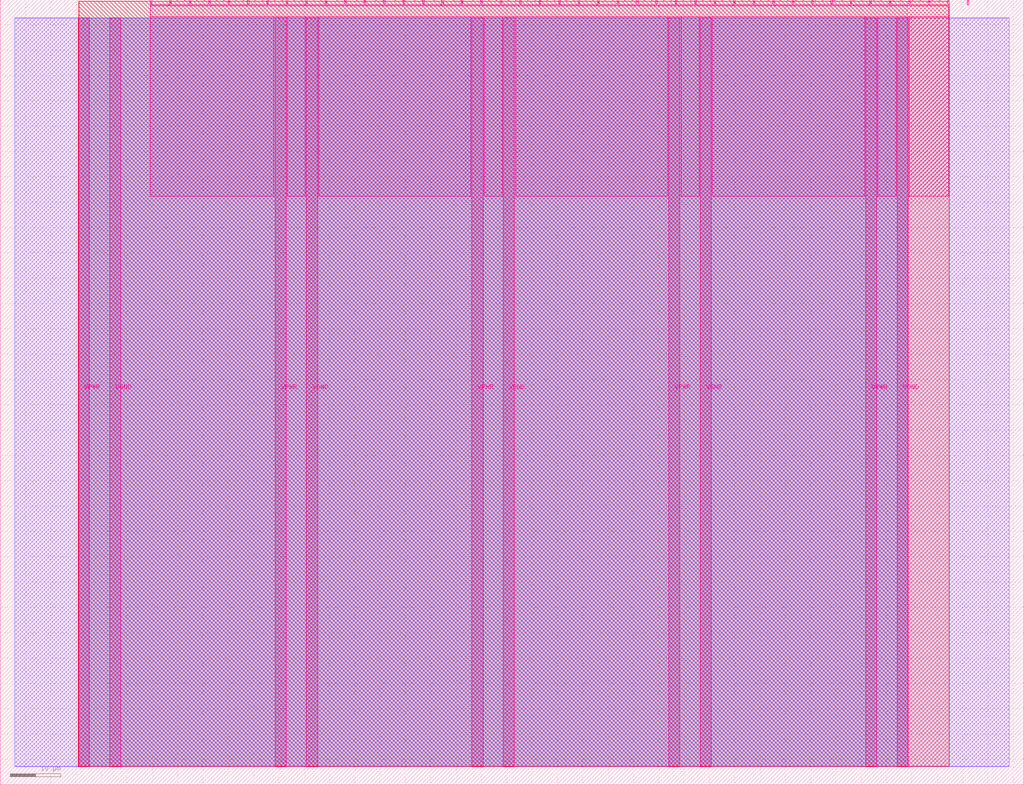
<source format=lef>
VERSION 5.7 ;
  NOWIREEXTENSIONATPIN ON ;
  DIVIDERCHAR "/" ;
  BUSBITCHARS "[]" ;
MACRO tt_um_JAC_EE_segdecode
  CLASS BLOCK ;
  FOREIGN tt_um_JAC_EE_segdecode ;
  ORIGIN 0.000 0.000 ;
  SIZE 202.080 BY 154.980 ;
  PIN VGND
    DIRECTION INOUT ;
    USE GROUND ;
    PORT
      LAYER Metal5 ;
        RECT 21.580 3.560 23.780 151.420 ;
    END
    PORT
      LAYER Metal5 ;
        RECT 60.450 3.560 62.650 151.420 ;
    END
    PORT
      LAYER Metal5 ;
        RECT 99.320 3.560 101.520 151.420 ;
    END
    PORT
      LAYER Metal5 ;
        RECT 138.190 3.560 140.390 151.420 ;
    END
    PORT
      LAYER Metal5 ;
        RECT 177.060 3.560 179.260 151.420 ;
    END
  END VGND
  PIN VPWR
    DIRECTION INOUT ;
    USE POWER ;
    PORT
      LAYER Metal5 ;
        RECT 15.380 3.560 17.580 151.420 ;
    END
    PORT
      LAYER Metal5 ;
        RECT 54.250 3.560 56.450 151.420 ;
    END
    PORT
      LAYER Metal5 ;
        RECT 93.120 3.560 95.320 151.420 ;
    END
    PORT
      LAYER Metal5 ;
        RECT 131.990 3.560 134.190 151.420 ;
    END
    PORT
      LAYER Metal5 ;
        RECT 170.860 3.560 173.060 151.420 ;
    END
  END VPWR
  PIN clk
    DIRECTION INPUT ;
    USE SIGNAL ;
    ANTENNAGATEAREA 0.213200 ;
    PORT
      LAYER Metal5 ;
        RECT 187.050 153.980 187.350 154.980 ;
    END
  END clk
  PIN ena
    DIRECTION INPUT ;
    USE SIGNAL ;
    PORT
      LAYER Metal5 ;
        RECT 190.890 153.980 191.190 154.980 ;
    END
  END ena
  PIN rst_n
    DIRECTION INPUT ;
    USE SIGNAL ;
    PORT
      LAYER Metal5 ;
        RECT 183.210 153.980 183.510 154.980 ;
    END
  END rst_n
  PIN ui_in[0]
    DIRECTION INPUT ;
    USE SIGNAL ;
    PORT
      LAYER Metal5 ;
        RECT 179.370 153.980 179.670 154.980 ;
    END
  END ui_in[0]
  PIN ui_in[1]
    DIRECTION INPUT ;
    USE SIGNAL ;
    ANTENNAGATEAREA 0.180700 ;
    PORT
      LAYER Metal5 ;
        RECT 175.530 153.980 175.830 154.980 ;
    END
  END ui_in[1]
  PIN ui_in[2]
    DIRECTION INPUT ;
    USE SIGNAL ;
    ANTENNAGATEAREA 0.314600 ;
    PORT
      LAYER Metal5 ;
        RECT 171.690 153.980 171.990 154.980 ;
    END
  END ui_in[2]
  PIN ui_in[3]
    DIRECTION INPUT ;
    USE SIGNAL ;
    PORT
      LAYER Metal5 ;
        RECT 167.850 153.980 168.150 154.980 ;
    END
  END ui_in[3]
  PIN ui_in[4]
    DIRECTION INPUT ;
    USE SIGNAL ;
    ANTENNAGATEAREA 0.180700 ;
    PORT
      LAYER Metal5 ;
        RECT 164.010 153.980 164.310 154.980 ;
    END
  END ui_in[4]
  PIN ui_in[5]
    DIRECTION INPUT ;
    USE SIGNAL ;
    ANTENNAGATEAREA 0.180700 ;
    PORT
      LAYER Metal5 ;
        RECT 160.170 153.980 160.470 154.980 ;
    END
  END ui_in[5]
  PIN ui_in[6]
    DIRECTION INPUT ;
    USE SIGNAL ;
    ANTENNAGATEAREA 0.180700 ;
    PORT
      LAYER Metal5 ;
        RECT 156.330 153.980 156.630 154.980 ;
    END
  END ui_in[6]
  PIN ui_in[7]
    DIRECTION INPUT ;
    USE SIGNAL ;
    ANTENNAGATEAREA 0.180700 ;
    PORT
      LAYER Metal5 ;
        RECT 152.490 153.980 152.790 154.980 ;
    END
  END ui_in[7]
  PIN uio_in[0]
    DIRECTION INPUT ;
    USE SIGNAL ;
    PORT
      LAYER Metal5 ;
        RECT 148.650 153.980 148.950 154.980 ;
    END
  END uio_in[0]
  PIN uio_in[1]
    DIRECTION INPUT ;
    USE SIGNAL ;
    PORT
      LAYER Metal5 ;
        RECT 144.810 153.980 145.110 154.980 ;
    END
  END uio_in[1]
  PIN uio_in[2]
    DIRECTION INPUT ;
    USE SIGNAL ;
    PORT
      LAYER Metal5 ;
        RECT 140.970 153.980 141.270 154.980 ;
    END
  END uio_in[2]
  PIN uio_in[3]
    DIRECTION INPUT ;
    USE SIGNAL ;
    PORT
      LAYER Metal5 ;
        RECT 137.130 153.980 137.430 154.980 ;
    END
  END uio_in[3]
  PIN uio_in[4]
    DIRECTION INPUT ;
    USE SIGNAL ;
    PORT
      LAYER Metal5 ;
        RECT 133.290 153.980 133.590 154.980 ;
    END
  END uio_in[4]
  PIN uio_in[5]
    DIRECTION INPUT ;
    USE SIGNAL ;
    PORT
      LAYER Metal5 ;
        RECT 129.450 153.980 129.750 154.980 ;
    END
  END uio_in[5]
  PIN uio_in[6]
    DIRECTION INPUT ;
    USE SIGNAL ;
    PORT
      LAYER Metal5 ;
        RECT 125.610 153.980 125.910 154.980 ;
    END
  END uio_in[6]
  PIN uio_in[7]
    DIRECTION INPUT ;
    USE SIGNAL ;
    PORT
      LAYER Metal5 ;
        RECT 121.770 153.980 122.070 154.980 ;
    END
  END uio_in[7]
  PIN uio_oe[0]
    DIRECTION OUTPUT ;
    USE SIGNAL ;
    ANTENNADIFFAREA 0.392700 ;
    PORT
      LAYER Metal5 ;
        RECT 56.490 153.980 56.790 154.980 ;
    END
  END uio_oe[0]
  PIN uio_oe[1]
    DIRECTION OUTPUT ;
    USE SIGNAL ;
    ANTENNADIFFAREA 0.392700 ;
    PORT
      LAYER Metal5 ;
        RECT 52.650 153.980 52.950 154.980 ;
    END
  END uio_oe[1]
  PIN uio_oe[2]
    DIRECTION OUTPUT ;
    USE SIGNAL ;
    ANTENNADIFFAREA 0.392700 ;
    PORT
      LAYER Metal5 ;
        RECT 48.810 153.980 49.110 154.980 ;
    END
  END uio_oe[2]
  PIN uio_oe[3]
    DIRECTION OUTPUT ;
    USE SIGNAL ;
    ANTENNADIFFAREA 0.392700 ;
    PORT
      LAYER Metal5 ;
        RECT 44.970 153.980 45.270 154.980 ;
    END
  END uio_oe[3]
  PIN uio_oe[4]
    DIRECTION OUTPUT ;
    USE SIGNAL ;
    ANTENNADIFFAREA 0.392700 ;
    PORT
      LAYER Metal5 ;
        RECT 41.130 153.980 41.430 154.980 ;
    END
  END uio_oe[4]
  PIN uio_oe[5]
    DIRECTION OUTPUT ;
    USE SIGNAL ;
    ANTENNADIFFAREA 0.392700 ;
    PORT
      LAYER Metal5 ;
        RECT 37.290 153.980 37.590 154.980 ;
    END
  END uio_oe[5]
  PIN uio_oe[6]
    DIRECTION OUTPUT ;
    USE SIGNAL ;
    ANTENNADIFFAREA 0.392700 ;
    PORT
      LAYER Metal5 ;
        RECT 33.450 153.980 33.750 154.980 ;
    END
  END uio_oe[6]
  PIN uio_oe[7]
    DIRECTION OUTPUT ;
    USE SIGNAL ;
    ANTENNADIFFAREA 0.392700 ;
    PORT
      LAYER Metal5 ;
        RECT 29.610 153.980 29.910 154.980 ;
    END
  END uio_oe[7]
  PIN uio_out[0]
    DIRECTION OUTPUT ;
    USE SIGNAL ;
    ANTENNADIFFAREA 0.649200 ;
    PORT
      LAYER Metal5 ;
        RECT 87.210 153.980 87.510 154.980 ;
    END
  END uio_out[0]
  PIN uio_out[1]
    DIRECTION OUTPUT ;
    USE SIGNAL ;
    ANTENNADIFFAREA 0.677200 ;
    PORT
      LAYER Metal5 ;
        RECT 83.370 153.980 83.670 154.980 ;
    END
  END uio_out[1]
  PIN uio_out[2]
    DIRECTION OUTPUT ;
    USE SIGNAL ;
    ANTENNADIFFAREA 0.677200 ;
    PORT
      LAYER Metal5 ;
        RECT 79.530 153.980 79.830 154.980 ;
    END
  END uio_out[2]
  PIN uio_out[3]
    DIRECTION OUTPUT ;
    USE SIGNAL ;
    ANTENNADIFFAREA 0.677200 ;
    PORT
      LAYER Metal5 ;
        RECT 75.690 153.980 75.990 154.980 ;
    END
  END uio_out[3]
  PIN uio_out[4]
    DIRECTION OUTPUT ;
    USE SIGNAL ;
    ANTENNAGATEAREA 0.483600 ;
    ANTENNADIFFAREA 0.712400 ;
    PORT
      LAYER Metal5 ;
        RECT 71.850 153.980 72.150 154.980 ;
    END
  END uio_out[4]
  PIN uio_out[5]
    DIRECTION OUTPUT ;
    USE SIGNAL ;
    ANTENNADIFFAREA 0.299200 ;
    PORT
      LAYER Metal5 ;
        RECT 68.010 153.980 68.310 154.980 ;
    END
  END uio_out[5]
  PIN uio_out[6]
    DIRECTION OUTPUT ;
    USE SIGNAL ;
    ANTENNADIFFAREA 0.299200 ;
    PORT
      LAYER Metal5 ;
        RECT 64.170 153.980 64.470 154.980 ;
    END
  END uio_out[6]
  PIN uio_out[7]
    DIRECTION OUTPUT ;
    USE SIGNAL ;
    ANTENNADIFFAREA 0.299200 ;
    PORT
      LAYER Metal5 ;
        RECT 60.330 153.980 60.630 154.980 ;
    END
  END uio_out[7]
  PIN uo_out[0]
    DIRECTION OUTPUT ;
    USE SIGNAL ;
    ANTENNADIFFAREA 0.677200 ;
    PORT
      LAYER Metal5 ;
        RECT 117.930 153.980 118.230 154.980 ;
    END
  END uo_out[0]
  PIN uo_out[1]
    DIRECTION OUTPUT ;
    USE SIGNAL ;
    ANTENNADIFFAREA 0.677200 ;
    PORT
      LAYER Metal5 ;
        RECT 114.090 153.980 114.390 154.980 ;
    END
  END uo_out[1]
  PIN uo_out[2]
    DIRECTION OUTPUT ;
    USE SIGNAL ;
    ANTENNADIFFAREA 0.677200 ;
    PORT
      LAYER Metal5 ;
        RECT 110.250 153.980 110.550 154.980 ;
    END
  END uo_out[2]
  PIN uo_out[3]
    DIRECTION OUTPUT ;
    USE SIGNAL ;
    ANTENNADIFFAREA 0.677200 ;
    PORT
      LAYER Metal5 ;
        RECT 106.410 153.980 106.710 154.980 ;
    END
  END uo_out[3]
  PIN uo_out[4]
    DIRECTION OUTPUT ;
    USE SIGNAL ;
    ANTENNADIFFAREA 0.677200 ;
    PORT
      LAYER Metal5 ;
        RECT 102.570 153.980 102.870 154.980 ;
    END
  END uo_out[4]
  PIN uo_out[5]
    DIRECTION OUTPUT ;
    USE SIGNAL ;
    ANTENNADIFFAREA 0.677200 ;
    PORT
      LAYER Metal5 ;
        RECT 98.730 153.980 99.030 154.980 ;
    END
  END uo_out[5]
  PIN uo_out[6]
    DIRECTION OUTPUT ;
    USE SIGNAL ;
    ANTENNADIFFAREA 1.135700 ;
    PORT
      LAYER Metal5 ;
        RECT 94.890 153.980 95.190 154.980 ;
    END
  END uo_out[6]
  PIN uo_out[7]
    DIRECTION OUTPUT ;
    USE SIGNAL ;
    ANTENNADIFFAREA 0.654800 ;
    PORT
      LAYER Metal5 ;
        RECT 91.050 153.980 91.350 154.980 ;
    END
  END uo_out[7]
  OBS
      LAYER GatPoly ;
        RECT 2.880 3.630 199.200 151.350 ;
      LAYER Metal1 ;
        RECT 2.880 3.560 199.200 151.420 ;
      LAYER Metal2 ;
        RECT 15.515 3.680 179.125 151.300 ;
      LAYER Metal3 ;
        RECT 15.560 3.635 179.080 154.705 ;
      LAYER Metal4 ;
        RECT 15.515 3.680 187.345 154.660 ;
      LAYER Metal5 ;
        RECT 30.120 153.770 33.240 153.980 ;
        RECT 33.960 153.770 37.080 153.980 ;
        RECT 37.800 153.770 40.920 153.980 ;
        RECT 41.640 153.770 44.760 153.980 ;
        RECT 45.480 153.770 48.600 153.980 ;
        RECT 49.320 153.770 52.440 153.980 ;
        RECT 53.160 153.770 56.280 153.980 ;
        RECT 57.000 153.770 60.120 153.980 ;
        RECT 60.840 153.770 63.960 153.980 ;
        RECT 64.680 153.770 67.800 153.980 ;
        RECT 68.520 153.770 71.640 153.980 ;
        RECT 72.360 153.770 75.480 153.980 ;
        RECT 76.200 153.770 79.320 153.980 ;
        RECT 80.040 153.770 83.160 153.980 ;
        RECT 83.880 153.770 87.000 153.980 ;
        RECT 87.720 153.770 90.840 153.980 ;
        RECT 91.560 153.770 94.680 153.980 ;
        RECT 95.400 153.770 98.520 153.980 ;
        RECT 99.240 153.770 102.360 153.980 ;
        RECT 103.080 153.770 106.200 153.980 ;
        RECT 106.920 153.770 110.040 153.980 ;
        RECT 110.760 153.770 113.880 153.980 ;
        RECT 114.600 153.770 117.720 153.980 ;
        RECT 118.440 153.770 121.560 153.980 ;
        RECT 122.280 153.770 125.400 153.980 ;
        RECT 126.120 153.770 129.240 153.980 ;
        RECT 129.960 153.770 133.080 153.980 ;
        RECT 133.800 153.770 136.920 153.980 ;
        RECT 137.640 153.770 140.760 153.980 ;
        RECT 141.480 153.770 144.600 153.980 ;
        RECT 145.320 153.770 148.440 153.980 ;
        RECT 149.160 153.770 152.280 153.980 ;
        RECT 153.000 153.770 156.120 153.980 ;
        RECT 156.840 153.770 159.960 153.980 ;
        RECT 160.680 153.770 163.800 153.980 ;
        RECT 164.520 153.770 167.640 153.980 ;
        RECT 168.360 153.770 171.480 153.980 ;
        RECT 172.200 153.770 175.320 153.980 ;
        RECT 176.040 153.770 179.160 153.980 ;
        RECT 179.880 153.770 183.000 153.980 ;
        RECT 183.720 153.770 186.840 153.980 ;
        RECT 29.660 151.630 187.300 153.770 ;
        RECT 29.660 116.195 54.040 151.630 ;
        RECT 56.660 116.195 60.240 151.630 ;
        RECT 62.860 116.195 92.910 151.630 ;
        RECT 95.530 116.195 99.110 151.630 ;
        RECT 101.730 116.195 131.780 151.630 ;
        RECT 134.400 116.195 137.980 151.630 ;
        RECT 140.600 116.195 170.650 151.630 ;
        RECT 173.270 116.195 176.850 151.630 ;
        RECT 179.470 116.195 187.300 151.630 ;
  END
END tt_um_JAC_EE_segdecode
END LIBRARY


</source>
